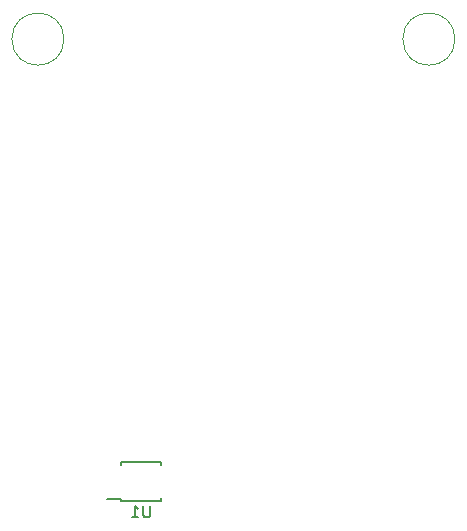
<source format=gbr>
%TF.GenerationSoftware,KiCad,Pcbnew,(5.1.9-0-10_14)*%
%TF.CreationDate,2021-02-25T13:28:52+00:00*%
%TF.ProjectId,base8x,62617365-3878-42e6-9b69-6361645f7063,rev?*%
%TF.SameCoordinates,Original*%
%TF.FileFunction,Legend,Bot*%
%TF.FilePolarity,Positive*%
%FSLAX46Y46*%
G04 Gerber Fmt 4.6, Leading zero omitted, Abs format (unit mm)*
G04 Created by KiCad (PCBNEW (5.1.9-0-10_14)) date 2021-02-25 13:28:52*
%MOMM*%
%LPD*%
G01*
G04 APERTURE LIST*
%ADD10C,0.120000*%
%ADD11C,0.150000*%
G04 APERTURE END LIST*
D10*
%TO.C,J9*%
X-260955800Y-29402200D02*
G75*
G03*
X-260955800Y-29402200I-2210000J0D01*
G01*
X-227855800Y-29402200D02*
G75*
G03*
X-227855800Y-29402200I-2210000J0D01*
G01*
D11*
%TO.C,U1*%
X-256105000Y-68300000D02*
X-257330000Y-68300000D01*
X-256105000Y-65175000D02*
X-252755000Y-65175000D01*
X-256105000Y-68525000D02*
X-252755000Y-68525000D01*
X-256105000Y-65175000D02*
X-256105000Y-65475000D01*
X-252755000Y-65175000D02*
X-252755000Y-65475000D01*
X-252755000Y-68525000D02*
X-252755000Y-68225000D01*
X-256105000Y-68525000D02*
X-256105000Y-68300000D01*
X-253668095Y-68902380D02*
X-253668095Y-69711904D01*
X-253715714Y-69807142D01*
X-253763333Y-69854761D01*
X-253858571Y-69902380D01*
X-254049047Y-69902380D01*
X-254144285Y-69854761D01*
X-254191904Y-69807142D01*
X-254239523Y-69711904D01*
X-254239523Y-68902380D01*
X-255239523Y-69902380D02*
X-254668095Y-69902380D01*
X-254953809Y-69902380D02*
X-254953809Y-68902380D01*
X-254858571Y-69045238D01*
X-254763333Y-69140476D01*
X-254668095Y-69188095D01*
%TD*%
M02*

</source>
